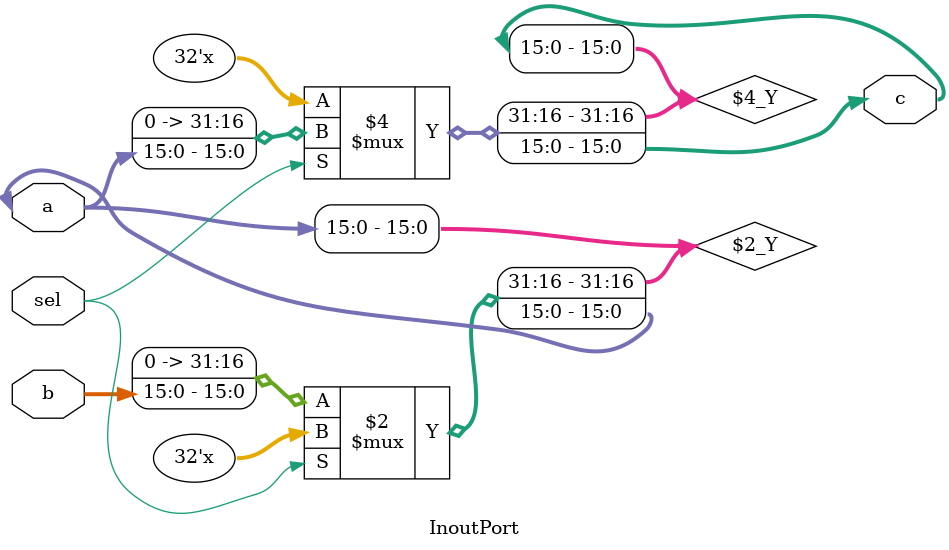
<source format=v>

module InoutPort( inout [15:0] a,
                  input [15:0] b,
                  input        sel,
                  output [15:0] c);
  assign a = sel ? 'bz : b;
  assign c = sel ? a : 'bz;
endmodule
    
</source>
